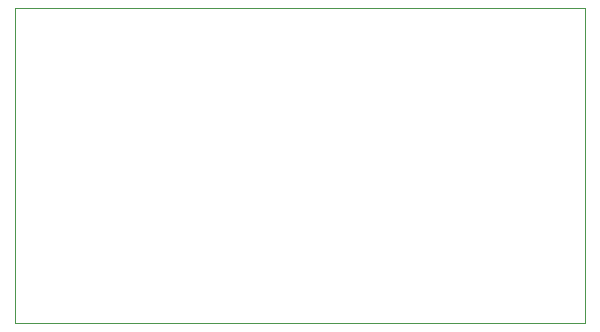
<source format=gbr>
G04 #@! TF.FileFunction,Profile,NP*
%FSLAX46Y46*%
G04 Gerber Fmt 4.6, Leading zero omitted, Abs format (unit mm)*
G04 Created by KiCad (PCBNEW (2015-12-07 BZR 6352)-product) date Sun 07 Feb 2016 02:36:35 PM EST*
%MOMM*%
G01*
G04 APERTURE LIST*
%ADD10C,0.100000*%
G04 APERTURE END LIST*
D10*
X0Y0D02*
X0Y1270000D01*
X48260000Y0D02*
X0Y0D01*
X48260000Y26670000D02*
X48260000Y0D01*
X0Y26670000D02*
X48260000Y26670000D01*
X0Y1270000D02*
X0Y26670000D01*
M02*

</source>
